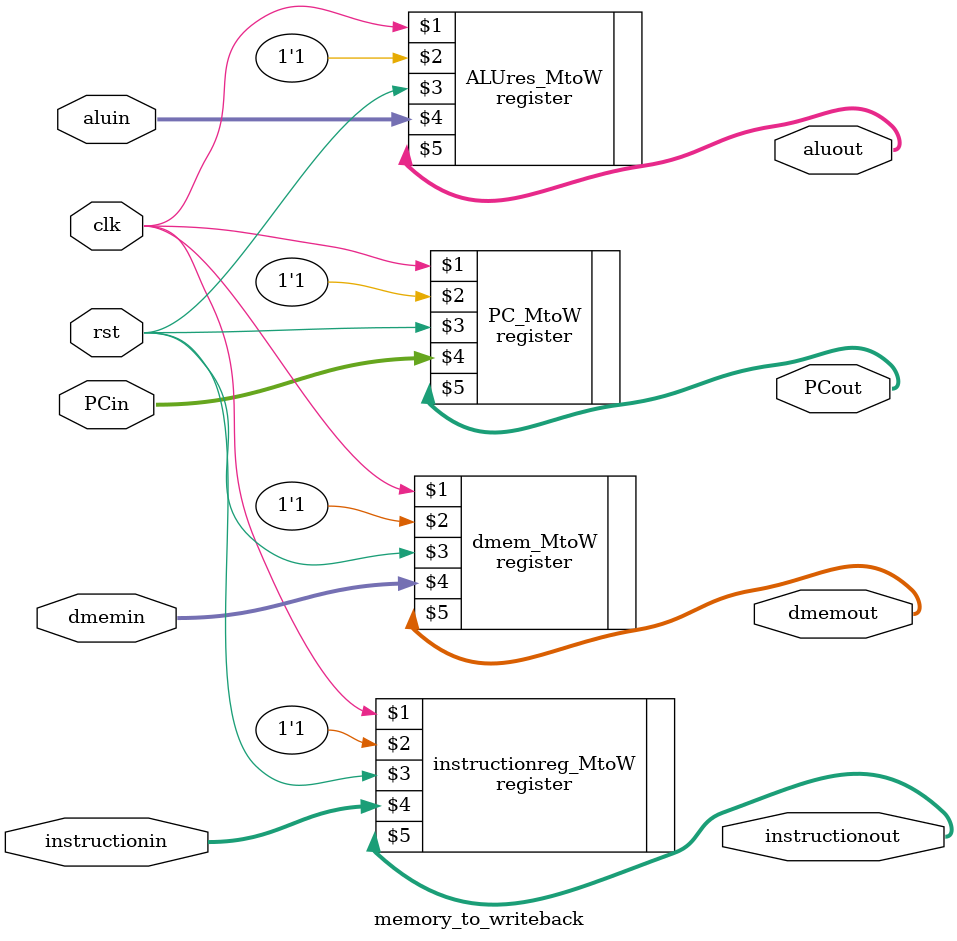
<source format=v>
module memory_to_writeback (clk, rst, aluin, PCin, dmemin, instructionin, aluout, PCout, dmemout, instructionout);
  input clk, rst;
  input [31:0] aluin, dmemin, instructionin, PCin;
  output [31:0] aluout, dmemout, instructionout, PCout;
  
  register instructionreg_MtoW(clk, 1'b1, rst, instructionin, instructionout);
  register ALUres_MtoW(clk, 1'b1, rst, aluin, aluout);
  register dmem_MtoW(clk, 1'b1, rst, dmemin, dmemout);	
  register PC_MtoW(clk, 1'b1, rst, PCin, PCout);	
  
endmodule 
</source>
